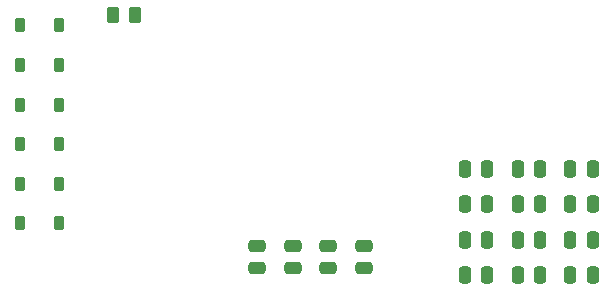
<source format=gbr>
%TF.GenerationSoftware,KiCad,Pcbnew,9.0.7*%
%TF.CreationDate,2026-01-22T22:05:33-06:00*%
%TF.ProjectId,HACK PAD!,4841434b-2050-4414-9421-2e6b69636164,rev?*%
%TF.SameCoordinates,Original*%
%TF.FileFunction,Paste,Top*%
%TF.FilePolarity,Positive*%
%FSLAX46Y46*%
G04 Gerber Fmt 4.6, Leading zero omitted, Abs format (unit mm)*
G04 Created by KiCad (PCBNEW 9.0.7) date 2026-01-22 22:05:33*
%MOMM*%
%LPD*%
G01*
G04 APERTURE LIST*
G04 Aperture macros list*
%AMRoundRect*
0 Rectangle with rounded corners*
0 $1 Rounding radius*
0 $2 $3 $4 $5 $6 $7 $8 $9 X,Y pos of 4 corners*
0 Add a 4 corners polygon primitive as box body*
4,1,4,$2,$3,$4,$5,$6,$7,$8,$9,$2,$3,0*
0 Add four circle primitives for the rounded corners*
1,1,$1+$1,$2,$3*
1,1,$1+$1,$4,$5*
1,1,$1+$1,$6,$7*
1,1,$1+$1,$8,$9*
0 Add four rect primitives between the rounded corners*
20,1,$1+$1,$2,$3,$4,$5,0*
20,1,$1+$1,$4,$5,$6,$7,0*
20,1,$1+$1,$6,$7,$8,$9,0*
20,1,$1+$1,$8,$9,$2,$3,0*%
G04 Aperture macros list end*
%ADD10RoundRect,0.225000X-0.225000X-0.375000X0.225000X-0.375000X0.225000X0.375000X-0.225000X0.375000X0*%
%ADD11RoundRect,0.250000X-0.250000X-0.475000X0.250000X-0.475000X0.250000X0.475000X-0.250000X0.475000X0*%
%ADD12RoundRect,0.250000X-0.262500X-0.450000X0.262500X-0.450000X0.262500X0.450000X-0.262500X0.450000X0*%
%ADD13RoundRect,0.250000X0.475000X-0.250000X0.475000X0.250000X-0.475000X0.250000X-0.475000X-0.250000X0*%
G04 APERTURE END LIST*
D10*
%TO.C,D3*%
X37368800Y-38543700D03*
X34068800Y-38543700D03*
%TD*%
D11*
%TO.C,C7*%
X76200000Y-50006200D03*
X78100000Y-50006200D03*
%TD*%
%TO.C,C5*%
X76200000Y-43986200D03*
X78100000Y-43986200D03*
%TD*%
%TO.C,C6*%
X76200000Y-46996200D03*
X78100000Y-46996200D03*
%TD*%
%TO.C,C11*%
X80650000Y-50006200D03*
X82550000Y-50006200D03*
%TD*%
%TO.C,C1*%
X71750000Y-43986200D03*
X73650000Y-43986200D03*
%TD*%
D10*
%TO.C,D17*%
X34068800Y-48593700D03*
X37368800Y-48593700D03*
%TD*%
D12*
%TO.C,R1*%
X41950000Y-30956200D03*
X43775000Y-30956200D03*
%TD*%
D11*
%TO.C,C8*%
X76200000Y-53016200D03*
X78100000Y-53016200D03*
%TD*%
D13*
%TO.C,C16*%
X63170000Y-52387500D03*
X63170000Y-50487500D03*
%TD*%
D11*
%TO.C,C4*%
X71750000Y-53016200D03*
X73650000Y-53016200D03*
%TD*%
%TO.C,C10*%
X80650000Y-46996200D03*
X82550000Y-46996200D03*
%TD*%
D13*
%TO.C,C15*%
X60160000Y-52387500D03*
X60160000Y-50487500D03*
%TD*%
D11*
%TO.C,C9*%
X80650000Y-43986200D03*
X82550000Y-43986200D03*
%TD*%
%TO.C,C3*%
X71750000Y-50006200D03*
X73650000Y-50006200D03*
%TD*%
%TO.C,C12*%
X80650000Y-53016200D03*
X82550000Y-53016200D03*
%TD*%
D10*
%TO.C,D4*%
X34068800Y-41893700D03*
X37368800Y-41893700D03*
%TD*%
%TO.C,D5*%
X34068800Y-45243700D03*
X37368800Y-45243700D03*
%TD*%
%TO.C,D2*%
X34068800Y-35193700D03*
X37368800Y-35193700D03*
%TD*%
D13*
%TO.C,C14*%
X57150000Y-52387500D03*
X57150000Y-50487500D03*
%TD*%
D10*
%TO.C,D1*%
X34068800Y-31843700D03*
X37368800Y-31843700D03*
%TD*%
D11*
%TO.C,C2*%
X71750000Y-46996200D03*
X73650000Y-46996200D03*
%TD*%
D13*
%TO.C,C13*%
X54140000Y-52387500D03*
X54140000Y-50487500D03*
%TD*%
M02*

</source>
